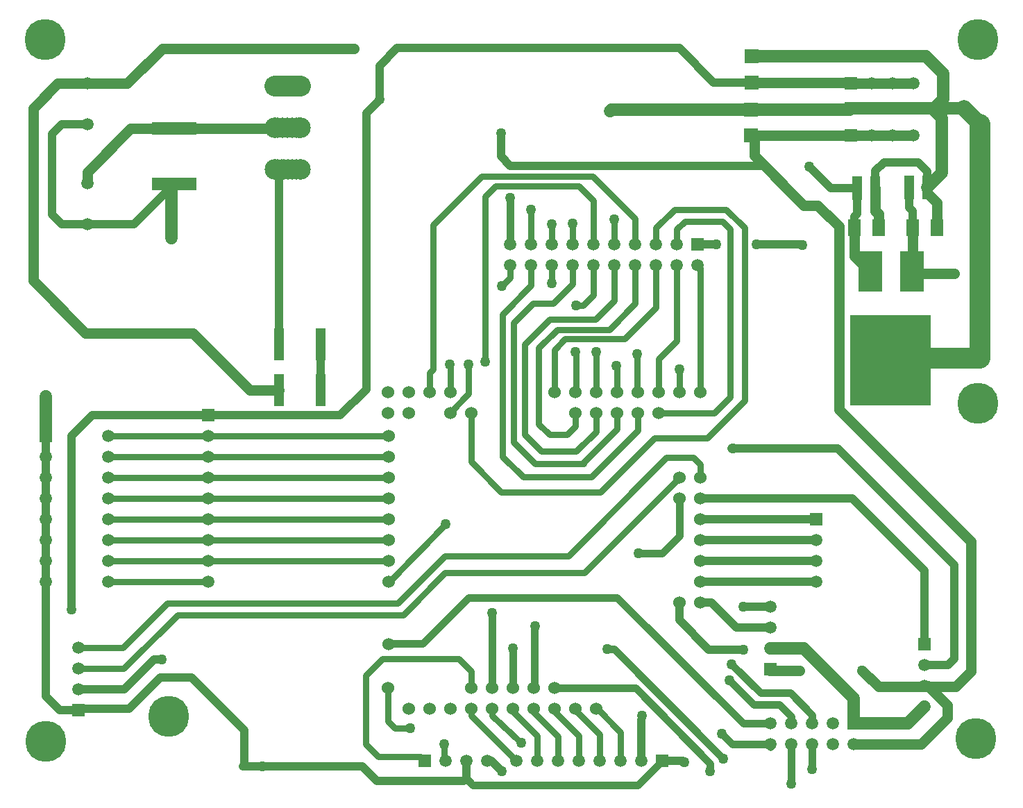
<source format=gbl>
%FSLAX44Y44*%
%MOMM*%
G71*
G01*
G75*
G04 Layer_Physical_Order=2*
G04 Layer_Color=16711680*
%ADD10R,2.1500X3.5000*%
%ADD11R,2.1500X1.1000*%
%ADD12R,2.1500X1.1000*%
%ADD13R,3.0000X3.5000*%
%ADD14R,1.6510X1.6510*%
%ADD15R,5.0000X4.0000*%
%ADD16C,1.0160*%
%ADD17C,0.8890*%
%ADD18C,1.2700*%
%ADD19C,0.7620*%
%ADD20C,1.5240*%
%ADD21C,0.5080*%
%ADD22C,2.4892*%
%ADD23C,5.0038*%
%ADD24R,1.5000X1.5000*%
%ADD25C,1.5000*%
%ADD26R,1.5000X1.5000*%
%ADD27C,1.5240*%
%ADD28C,2.5000*%
%ADD29C,1.5000*%
%ADD30R,1.5000X1.5000*%
%ADD31C,1.2700*%
%ADD32R,1.5000X2.0000*%
%ADD33R,1.6510X1.6510*%
%ADD34R,1.2000X4.0000*%
%ADD35R,5.5000X1.5000*%
%ADD36R,3.0000X5.0000*%
%ADD37R,9.9240X11.0700*%
%ADD38R,1.2000X3.0000*%
%ADD39C,2.5400*%
%ADD40C,2.0320*%
D16*
X407100Y782385D02*
Y824295D01*
X56769Y398018D02*
X359283D01*
X513461Y-44704D02*
Y-22098D01*
X509905Y-48260D02*
X513461Y-44704D01*
X240665Y-30480D02*
X386461D01*
X242570D02*
Y13716D01*
X139700Y77978D02*
X178308D01*
X391033Y766318D02*
X407100Y782385D01*
X178308Y77978D02*
X242570Y13716D01*
X127Y55499D02*
Y372618D01*
X101854Y40132D02*
X139700Y77978D01*
X41656Y40132D02*
X101854D01*
X40132Y38608D02*
X41656Y40132D01*
X17018Y38608D02*
X40132D01*
X132269Y100519D02*
X141920D01*
X95758Y64008D02*
X132269Y100519D01*
X40132Y64008D02*
X95758D01*
X543687Y-23622D02*
X556133Y-36068D01*
X538607Y-23622D02*
X543687D01*
X31877Y161488D02*
Y373126D01*
X56769Y398018D01*
X931545Y701040D02*
X957707Y674878D01*
X990219D01*
X726567Y-23622D02*
Y26670D01*
X922147Y606298D02*
X922909Y605536D01*
X867029Y606298D02*
X922147D01*
X795655D02*
X818007D01*
X777621Y-23622D02*
X779145Y-25146D01*
X751967Y-23622D02*
X777621D01*
X836549Y357886D02*
X966089D01*
X1108837Y215138D01*
Y101346D02*
Y215138D01*
X1100709Y93218D02*
X1108837Y101346D01*
X1072007Y93218D02*
X1100709D01*
X1072007Y118618D02*
Y208280D01*
X983869Y296418D02*
X1072007Y208280D01*
X798449Y296418D02*
X983869D01*
X19685Y753110D02*
X50673D01*
X8001Y741426D02*
X19685Y753110D01*
X8001Y642620D02*
Y741426D01*
Y642620D02*
X19431Y631190D01*
X108839Y632206D02*
X153289Y676656D01*
X279527Y697738D02*
X311277D01*
X279527D02*
X284607Y692658D01*
Y484378D02*
Y692658D01*
X335407Y428498D02*
Y484378D01*
X19431Y631190D02*
X107823D01*
X798449Y169418D02*
X812419D01*
X842899Y138938D01*
X884047D01*
X851281Y164338D02*
X884047D01*
X773049Y148082D02*
Y169418D01*
Y148082D02*
X809117Y112014D01*
X851281D01*
X359283Y398018D02*
X391033Y429768D01*
Y766318D01*
X1053719Y651510D02*
Y676148D01*
Y651510D02*
X1058037Y647192D01*
X990219Y643636D02*
Y674878D01*
X986917Y640334D02*
X990219Y643636D01*
X986917Y626618D02*
Y640334D01*
X1012317Y674878D02*
Y696214D01*
X1022731Y706628D01*
X1064895D01*
X1075817Y695706D01*
Y676148D02*
Y695706D01*
X1058037Y626618D02*
Y647192D01*
X407100Y824295D02*
X428879Y846074D01*
X773049D01*
X815053Y804070D01*
X861371D01*
X555625Y713740D02*
Y742188D01*
Y713740D02*
X566935Y702430D01*
X798449Y271018D02*
X939927D01*
X798449Y245618D02*
X939927D01*
X798449Y220218D02*
X939927D01*
X798449Y194818D02*
X939927D01*
X646049Y39878D02*
X647065D01*
X646049Y38100D02*
Y39878D01*
X386461Y-30480D02*
X404241Y-48260D01*
X509905D01*
X127Y55499D02*
X17018Y38608D01*
X566935Y702430D02*
X876561D01*
D17*
X513207Y-44958D02*
X521343Y-53094D01*
X417957Y119634D02*
X460121D01*
X810133Y-35814D02*
X810221Y-27092D01*
X825881Y8382D02*
X837565Y-3302D01*
X884047D01*
X567055Y606298D02*
Y659638D01*
X722495Y-53094D02*
X751967Y-23622D01*
X521343Y-53094D02*
X722495D01*
X693293Y113284D02*
X826389Y-20574D01*
X685165Y113284D02*
X693293D01*
X773049Y250952D02*
Y298196D01*
X751713Y229616D02*
X773049Y250952D01*
X723265Y229616D02*
X751713D01*
X934847Y-33274D02*
Y-3302D01*
X620649Y65278D02*
X719708D01*
X810221Y-27092D01*
X569849Y65278D02*
Y113792D01*
X909447Y-34544D02*
X909701Y-51054D01*
X909447Y-34544D02*
Y-3302D01*
X544449Y65278D02*
X544957Y65786D01*
Y156972D01*
X460121Y119634D02*
X516255Y175768D01*
X837057Y94234D02*
X872109Y59182D01*
X908431D01*
X934847Y32766D01*
Y22098D02*
Y32766D01*
X834517Y74930D02*
X864235Y45212D01*
X894969D01*
X909447Y30734D01*
Y22098D02*
Y30734D01*
X596519Y66548D02*
Y141224D01*
X851027Y22098D02*
X884047D01*
X697357Y175768D02*
X851027Y22098D01*
X516255Y175768D02*
X697357D01*
X884047Y-6858D02*
Y-3302D01*
D18*
X142113Y845566D02*
X376555D01*
X14605Y802640D02*
X99187D01*
X142113Y845566D01*
X982021Y802800D02*
X1058221D01*
X1076579Y67818D02*
X1099947Y44450D01*
X967613Y405130D02*
X1128522Y244221D01*
X1059815Y570738D02*
X1108583D01*
X941959Y653796D02*
X967613Y628142D01*
X925195Y653796D02*
X941959D01*
X982021Y739648D02*
X1058221D01*
X996315Y86868D02*
X1016127Y67056D01*
X985647Y-3302D02*
X1067943D01*
X1099947Y28702D02*
Y44450D01*
X282265Y747466D02*
X283337Y748538D01*
X315087D01*
X-15367Y772668D02*
X14605Y802640D01*
X-15367Y562102D02*
Y772668D01*
Y562102D02*
X48641Y498094D01*
X179705D01*
X249301Y428498D01*
X284607D01*
X50673Y680720D02*
Y694436D01*
X103703Y747466D01*
X282265D01*
X861371Y804070D02*
X980751D01*
X982021Y802800D01*
X981513Y739140D02*
X982021Y739648D01*
X1012317Y647192D02*
Y674878D01*
Y647192D02*
X1016127Y643382D01*
Y626618D02*
Y643382D01*
X1075817Y668782D02*
Y676148D01*
Y668782D02*
X1087247Y657352D01*
Y626618D02*
Y657352D01*
X986917Y592328D02*
Y626618D01*
Y592328D02*
X1005967Y573278D01*
X1056259Y569468D02*
X1058037Y571246D01*
X860171Y739140D02*
X981513D01*
X1058037Y572516D02*
X1059815Y570738D01*
X1058037Y571246D02*
Y628396D01*
X1067943Y-3302D02*
X1099947Y28702D01*
X1128522Y85725D02*
Y244221D01*
X1109853Y67056D02*
X1128522Y85725D01*
X864489Y714502D02*
Y739140D01*
X883285Y86868D02*
X919861D01*
X1016127Y67056D02*
X1109853D01*
X967613Y405130D02*
Y628142D01*
X864489Y714502D02*
X925195Y653796D01*
D19*
X696849Y381000D02*
Y400558D01*
X656463Y340614D02*
X696849Y381000D01*
X656463Y339344D02*
Y340614D01*
X426085Y16256D02*
X444627D01*
X417449Y24892D02*
X426085Y16256D01*
X457073Y-18288D02*
X462407Y-23622D01*
X656971Y205740D02*
X773049Y321818D01*
X487001Y205740D02*
X656971D01*
X435947Y154686D02*
X487001Y205740D01*
X798449Y321818D02*
Y337820D01*
X789813Y346456D02*
X798449Y337820D01*
X757301Y346456D02*
X789813D01*
X637417Y226572D02*
X757301Y346456D01*
X486795Y226572D02*
X637417D01*
X429387Y169164D02*
X486795Y226572D01*
X493649Y400558D02*
Y401320D01*
X582549Y322580D02*
X665353D01*
X722503Y379730D01*
X601599Y387096D02*
X614553Y374142D01*
X635889D01*
X646049Y384302D01*
Y400558D01*
X605155Y354076D02*
X647319D01*
X671449Y378206D01*
Y400558D01*
X597027Y339344D02*
X656463D01*
X795655Y580898D02*
X798449Y578104D01*
Y425958D02*
Y578104D01*
X770255Y489204D02*
Y580898D01*
X747649Y466598D02*
X770255Y489204D01*
X747649Y425958D02*
Y466598D01*
X744855Y529590D02*
Y580898D01*
X706247Y490982D02*
X744855Y529590D01*
X633857Y490982D02*
X706247D01*
X620649Y477774D02*
X633857Y490982D01*
X620649Y425958D02*
Y477774D01*
X719455Y534670D02*
Y580898D01*
X687451Y502666D02*
X719455Y534670D01*
X623951Y502666D02*
X687451D01*
X601599Y480314D02*
X623951Y502666D01*
X601599Y387096D02*
Y480314D01*
X694055Y538226D02*
Y580898D01*
X670941Y515112D02*
X694055Y538226D01*
X584581Y484886D02*
X614807Y515112D01*
X584581Y374650D02*
Y484886D01*
Y374650D02*
X605155Y354076D01*
X614807Y515112D02*
X670941D01*
X643255Y558038D02*
Y580898D01*
X570865Y365506D02*
Y510794D01*
Y365506D02*
X597027Y339344D01*
X592455Y556260D02*
Y580898D01*
X557403Y521208D02*
X592455Y556260D01*
X557403Y347726D02*
Y521208D01*
Y347726D02*
X582549Y322580D01*
X722503Y379730D02*
Y402082D01*
X770255Y606298D02*
Y624840D01*
X779907Y634492D01*
X825881D01*
X835279Y625094D01*
Y419862D02*
Y625094D01*
X815975Y400558D02*
X835279Y419862D01*
X747649Y400558D02*
X815975D01*
X744855Y606298D02*
Y627126D01*
X766953Y649224D01*
X830199D01*
X852551Y626872D01*
Y415798D02*
Y626872D01*
X807339Y370586D02*
X852551Y415798D01*
X742823Y370586D02*
X807339D01*
X676529Y304292D02*
X742823Y370586D01*
X555879Y304292D02*
X676529D01*
X519049Y341122D02*
X555879Y304292D01*
X519049Y341122D02*
Y400558D01*
X719455Y606298D02*
Y637794D01*
X667544Y689705D02*
X719455Y637794D01*
X532098Y689705D02*
X667544D01*
X472821Y630428D02*
X532098Y689705D01*
X472821Y454152D02*
Y630428D01*
X468249Y449580D02*
X472821Y454152D01*
X468249Y425958D02*
Y449580D01*
X668655Y606298D02*
Y659638D01*
X650621Y677672D02*
X668655Y659638D01*
X549021Y677672D02*
X650621D01*
X536321Y664972D02*
X549021Y677672D01*
X536321Y463042D02*
Y664972D01*
X419227Y195326D02*
X487807Y265176D01*
X418719Y194818D02*
X419227Y195326D01*
X721487Y426720D02*
Y472694D01*
X694055Y606298D02*
Y636778D01*
X773049Y425958D02*
Y454406D01*
X642588Y606965D02*
Y632105D01*
Y606965D02*
X643255Y606298D01*
X647319Y427228D02*
Y475234D01*
X646811Y531876D02*
X655447D01*
X668655Y545084D01*
Y580898D01*
X619379Y534162D02*
X643255Y558038D01*
X671449Y425958D02*
Y474980D01*
X617855Y558038D02*
Y580898D01*
X570865Y510794D02*
X594233Y534162D01*
X619379D01*
X567055Y566166D02*
Y580898D01*
X556387Y555498D02*
X567055Y566166D01*
X696849Y425958D02*
Y458470D01*
X493649Y425958D02*
Y459994D01*
X592455Y606298D02*
Y648462D01*
X617855Y606298D02*
Y631190D01*
X516255Y424434D02*
Y460248D01*
X493649Y401828D02*
X516255Y424434D01*
X76327Y372618D02*
X418719D01*
X76327Y347218D02*
X418719D01*
X75819Y321818D02*
X418719D01*
X76327Y296418D02*
X418719D01*
X76327Y271018D02*
X418719D01*
X76327Y245618D02*
X418719D01*
X76327Y220218D02*
X418719D01*
X76327Y194818D02*
X198247D01*
X646049Y39878D02*
X647573D01*
X620649D02*
X623189D01*
X595249D02*
X598805D01*
X569849D02*
X572135D01*
X519049Y31496D02*
Y39878D01*
Y31496D02*
X574167Y-23622D01*
X519049Y65278D02*
Y85852D01*
X504063Y100838D02*
X519049Y85852D01*
X410845Y100838D02*
X504063D01*
X390779Y80772D02*
X410845Y100838D01*
X486537Y-24384D02*
Y-2794D01*
X544449Y32004D02*
Y39878D01*
Y32004D02*
X580009Y-1270D01*
X390779Y-3302D02*
X405765Y-18288D01*
X457073D01*
X390779Y-3302D02*
Y80772D01*
X569849Y36576D02*
Y39878D01*
Y36576D02*
X599567Y6858D01*
Y-23622D02*
Y6858D01*
X595249Y36068D02*
Y39878D01*
Y36068D02*
X624967Y6350D01*
Y-23622D02*
Y6350D01*
X620649Y37084D02*
Y39878D01*
Y37084D02*
X650367Y7366D01*
Y-23622D02*
Y7366D01*
X620395Y41148D02*
X621919D01*
X646049Y38100D02*
X675767Y8382D01*
Y-23622D02*
Y8382D01*
X671449Y39878D02*
X672973D01*
X701167Y11684D01*
Y-23622D02*
Y11684D01*
X417449Y24892D02*
Y65278D01*
X94234Y114808D02*
X148590Y169164D01*
X429387D01*
X95504Y89408D02*
X160782Y154686D01*
X40132Y89408D02*
X95504D01*
X160782Y154686D02*
X435947D01*
X40132Y114808D02*
X94234D01*
D20*
X982021Y772320D02*
X1120107D01*
X1084359D02*
X1095121Y783082D01*
X1081499Y772320D02*
X1093089Y760730D01*
X1070483Y464566D02*
X1072261Y466344D01*
X690245Y770890D02*
X980591D01*
X985647Y22098D02*
X1051687D01*
X985647D02*
Y52832D01*
X924941Y113538D02*
X985647Y52832D01*
X884047Y113538D02*
X924941D01*
X1051687Y22098D02*
X1072007Y42418D01*
X0Y372745D02*
Y421005D01*
X153289Y676656D02*
X157099Y680466D01*
X153289Y614172D02*
Y676656D01*
X980591Y770890D02*
X982021Y772320D01*
X1095121Y783082D02*
Y814578D01*
X1073879Y835820D02*
X1095121Y814578D01*
X861371Y835820D02*
X1073879D01*
X1093089Y693420D02*
Y760730D01*
X1075817Y676148D02*
X1093089Y693420D01*
X688467Y769112D02*
X690245Y770890D01*
X1064641Y455168D02*
X1070483Y449326D01*
D21*
X519049Y60706D02*
Y65278D01*
D22*
X306070Y799338D02*
D03*
X302260D02*
D03*
X294894D02*
D03*
X287782D02*
D03*
X281940D02*
D03*
X308864Y748538D02*
D03*
X305562D02*
D03*
X300736D02*
D03*
X294640D02*
D03*
X288798D02*
D03*
X283337D02*
D03*
X309880Y697738D02*
D03*
X305816D02*
D03*
X300482D02*
D03*
X295910D02*
D03*
X291084D02*
D03*
X288290D02*
D03*
X283210D02*
D03*
D23*
X150000Y31000D02*
D03*
X1137285Y412496D02*
D03*
X-889Y856488D02*
D03*
X1137412D02*
D03*
X1135126Y4064D02*
D03*
X0Y0D02*
D03*
D24*
X982021Y802800D02*
D03*
X751967Y-23622D02*
D03*
X982021Y772320D02*
D03*
Y739648D02*
D03*
X462407Y-23622D02*
D03*
X795655Y606298D02*
D03*
X985647Y22098D02*
D03*
D25*
X1007421Y802800D02*
D03*
X1032821D02*
D03*
X1058221D02*
D03*
X574167Y-23622D02*
D03*
X599567D02*
D03*
X624967D02*
D03*
X650367D02*
D03*
X675767D02*
D03*
X701167D02*
D03*
X726567D02*
D03*
X939927Y245618D02*
D03*
Y220218D02*
D03*
Y194818D02*
D03*
X884047Y113538D02*
D03*
Y138938D02*
D03*
Y164338D02*
D03*
X40132Y64008D02*
D03*
X1072007Y67818D02*
D03*
Y42418D02*
D03*
X50673Y631190D02*
D03*
Y680720D02*
D03*
X1007421Y772320D02*
D03*
X1032821D02*
D03*
X1058221D02*
D03*
X1007421Y739648D02*
D03*
X1032821D02*
D03*
X1058221D02*
D03*
X198247Y372618D02*
D03*
Y194818D02*
D03*
Y220218D02*
D03*
Y245618D02*
D03*
Y271018D02*
D03*
Y296418D02*
D03*
Y321818D02*
D03*
Y347218D02*
D03*
X50673Y753110D02*
D03*
Y802640D02*
D03*
X487807Y-23622D02*
D03*
X513207D02*
D03*
X538607D02*
D03*
X40132Y114808D02*
D03*
Y89408D02*
D03*
X1072007Y93218D02*
D03*
X795655Y580898D02*
D03*
X770255Y606298D02*
D03*
Y580898D02*
D03*
X744855Y606298D02*
D03*
Y580898D02*
D03*
X719455Y606298D02*
D03*
Y580898D02*
D03*
X694055Y606298D02*
D03*
Y580898D02*
D03*
X668655Y606298D02*
D03*
Y580898D02*
D03*
X643255Y606298D02*
D03*
Y580898D02*
D03*
X617855Y606298D02*
D03*
Y580898D02*
D03*
X592455Y606298D02*
D03*
Y580898D02*
D03*
X567055Y606298D02*
D03*
Y580898D02*
D03*
X884047Y-3302D02*
D03*
Y22098D02*
D03*
X909447Y-3302D02*
D03*
Y22098D02*
D03*
X934847Y-3302D02*
D03*
Y22098D02*
D03*
X960247Y-3302D02*
D03*
Y22098D02*
D03*
X985647Y-3302D02*
D03*
D26*
X939927Y271018D02*
D03*
X884047Y88138D02*
D03*
X40132Y38608D02*
D03*
X198247Y398018D02*
D03*
X1072007Y118618D02*
D03*
D27*
X418719D02*
D03*
Y194818D02*
D03*
Y220218D02*
D03*
Y245618D02*
D03*
Y271018D02*
D03*
Y296418D02*
D03*
Y321818D02*
D03*
Y347218D02*
D03*
Y372618D02*
D03*
X798449Y169418D02*
D03*
X773049D02*
D03*
X798449Y194818D02*
D03*
Y220218D02*
D03*
Y245618D02*
D03*
Y271018D02*
D03*
X468249Y425958D02*
D03*
X493649Y400558D02*
D03*
Y425958D02*
D03*
X519049Y400558D02*
D03*
X620649Y425958D02*
D03*
X646049Y400558D02*
D03*
Y425958D02*
D03*
X671449Y400558D02*
D03*
Y425958D02*
D03*
X696849Y400558D02*
D03*
Y425958D02*
D03*
X722249Y400558D02*
D03*
Y425958D02*
D03*
X747649Y400558D02*
D03*
Y425958D02*
D03*
X773049D02*
D03*
X798449D02*
D03*
X417449Y65278D02*
D03*
X442849Y39878D02*
D03*
X468249D02*
D03*
X493649D02*
D03*
X569849D02*
D03*
X595249D02*
D03*
X620649D02*
D03*
X646049D02*
D03*
X671449D02*
D03*
X544449Y65278D02*
D03*
X417449Y400558D02*
D03*
Y425958D02*
D03*
X442849Y400558D02*
D03*
Y425958D02*
D03*
X569849Y65278D02*
D03*
X595249D02*
D03*
X544449Y39878D02*
D03*
X519049Y65278D02*
D03*
X798449Y321818D02*
D03*
X773049D02*
D03*
X798449Y296418D02*
D03*
X773049D02*
D03*
X519049Y39878D02*
D03*
X620649Y65278D02*
D03*
D28*
X279527Y697738D02*
D03*
X311277D02*
D03*
X279527Y748538D02*
D03*
X311277D02*
D03*
X279527Y799338D02*
D03*
X311277D02*
D03*
D29*
X76327Y194818D02*
D03*
Y220218D02*
D03*
Y245618D02*
D03*
Y271018D02*
D03*
Y296418D02*
D03*
Y321818D02*
D03*
Y347218D02*
D03*
Y372618D02*
D03*
X127Y347218D02*
D03*
Y321818D02*
D03*
Y296418D02*
D03*
Y271018D02*
D03*
Y245618D02*
D03*
Y220218D02*
D03*
Y194818D02*
D03*
D30*
Y372618D02*
D03*
D31*
X556133Y-36068D02*
D03*
X31877Y161488D02*
D03*
X824611Y9906D02*
D03*
X931545Y701040D02*
D03*
X375285Y845566D02*
D03*
X141920Y100519D02*
D03*
X1108583Y570738D02*
D03*
X566547Y663448D02*
D03*
X922909Y605536D02*
D03*
X867029Y606298D02*
D03*
X967613Y570738D02*
D03*
X818007Y606298D02*
D03*
X264287Y-30480D02*
D03*
X779145Y-25146D02*
D03*
X727329Y31496D02*
D03*
X685165Y113284D02*
D03*
X826389Y-20574D02*
D03*
X934847Y-33274D02*
D03*
X919861Y86868D02*
D03*
X996315D02*
D03*
X1032129Y21844D02*
D03*
X723265Y229616D02*
D03*
X838073Y357886D02*
D03*
X569849Y113792D02*
D03*
X909701Y-51054D02*
D03*
X810133Y-35814D02*
D03*
X544957Y156972D02*
D03*
X596773Y141224D02*
D03*
X837057Y94234D02*
D03*
X834517Y74930D02*
D03*
X536321Y463042D02*
D03*
X487807Y265176D02*
D03*
X646811Y531876D02*
D03*
X646303Y475234D02*
D03*
X721487Y472694D02*
D03*
X694055Y636778D02*
D03*
X773049Y454406D02*
D03*
X642588Y632105D02*
D03*
X617855Y559308D02*
D03*
X671449Y475234D02*
D03*
X556387Y555498D02*
D03*
X696595Y458724D02*
D03*
X592455Y648462D02*
D03*
X493395Y460248D02*
D03*
X617855Y631190D02*
D03*
X516255Y460248D02*
D03*
X0Y421005D02*
D03*
X153289Y614172D02*
D03*
X851281Y164338D02*
D03*
Y112014D02*
D03*
X407797Y783082D02*
D03*
X688467Y769112D02*
D03*
X555625Y742188D02*
D03*
X486537Y-2794D02*
D03*
X580009Y-1270D02*
D03*
X444627Y16256D02*
D03*
D32*
X986917Y626618D02*
D03*
X1016127D02*
D03*
X1087247D02*
D03*
X1058037D02*
D03*
D33*
X860171Y739140D02*
D03*
Y770890D02*
D03*
X861371Y804070D02*
D03*
Y835820D02*
D03*
D34*
X284607Y484378D02*
D03*
X335407D02*
D03*
Y428498D02*
D03*
X284607D02*
D03*
D35*
X157099Y747466D02*
D03*
Y680466D02*
D03*
D36*
X1056767Y573278D02*
D03*
X1005967D02*
D03*
D37*
X1030367Y465328D02*
D03*
D38*
X990219Y674878D02*
D03*
X1012317D02*
D03*
X1053719Y676148D02*
D03*
X1075817D02*
D03*
D39*
X279527Y799338D02*
X311277D01*
X1034796Y467614D02*
X1139825D01*
Y752602D01*
D40*
X1120107Y772320D02*
X1139825Y752602D01*
M02*

</source>
